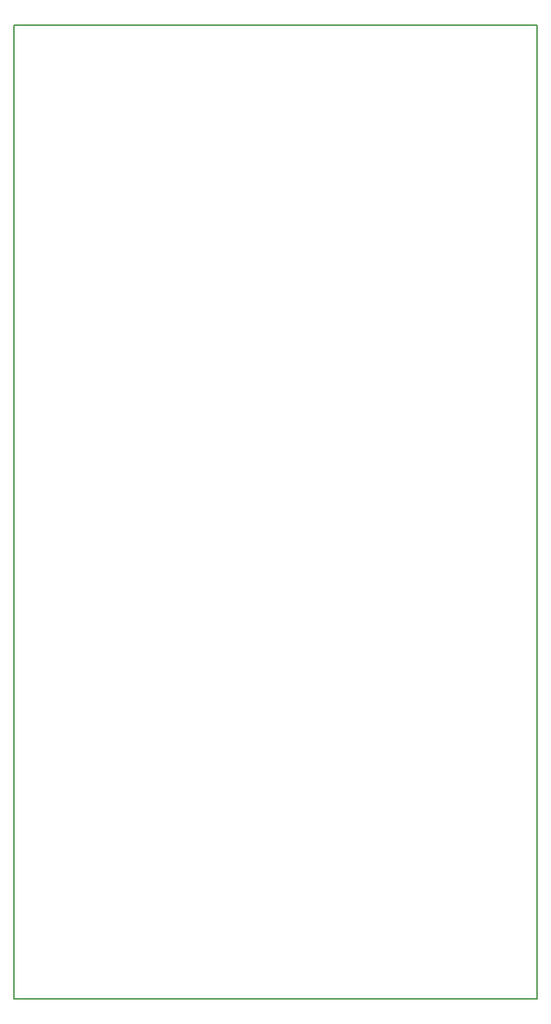
<source format=gbr>
%TF.GenerationSoftware,KiCad,Pcbnew,7.0.7*%
%TF.CreationDate,2023-10-13T18:50:11+02:00*%
%TF.ProjectId,Cable_Monitor,4361626c-655f-44d6-9f6e-69746f722e6b,rev?*%
%TF.SameCoordinates,Original*%
%TF.FileFunction,Profile,NP*%
%FSLAX46Y46*%
G04 Gerber Fmt 4.6, Leading zero omitted, Abs format (unit mm)*
G04 Created by KiCad (PCBNEW 7.0.7) date 2023-10-13 18:50:11*
%MOMM*%
%LPD*%
G01*
G04 APERTURE LIST*
%TA.AperFunction,Profile*%
%ADD10C,0.200000*%
%TD*%
G04 APERTURE END LIST*
D10*
X104140000Y-33290000D02*
X167640000Y-33290000D01*
X167640000Y-151400000D01*
X104140000Y-151400000D01*
X104140000Y-33290000D01*
M02*

</source>
